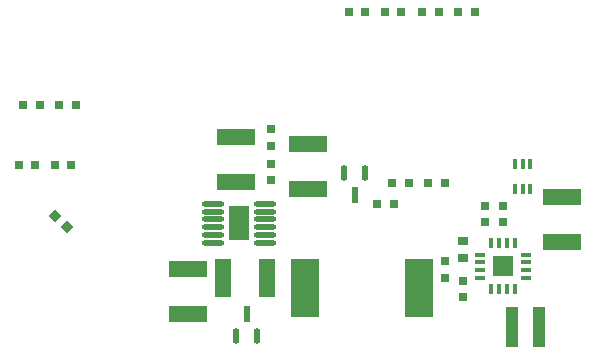
<source format=gbp>
%FSTAX23Y23*%
%MOIN*%
%SFA1B1*%

%IPPOS*%
%AMD42*
4,1,4,0.000000,0.021200,-0.021200,0.000000,0.000000,-0.021200,0.021200,0.000000,0.000000,0.021200,0.0*
%
%AMD45*
4,1,8,-0.011500,0.015200,-0.011500,-0.015200,0.000000,-0.026700,0.000000,-0.026700,0.011500,-0.015200,0.011500,0.015200,0.000000,0.026700,0.000000,0.026700,-0.011500,0.015200,0.0*
1,1,0.023100,0.000000,0.015200*
1,1,0.023100,0.000000,-0.015200*
1,1,0.023100,0.000000,-0.015200*
1,1,0.023100,0.000000,0.015200*
%
%AMD54*
4,1,8,-0.006300,0.015000,-0.006300,-0.015000,-0.004700,-0.016500,0.004700,-0.016500,0.006300,-0.015000,0.006300,0.015000,0.004700,0.016500,-0.004700,0.016500,-0.006300,0.015000,0.0*
1,1,0.003160,-0.004700,0.015000*
1,1,0.003160,-0.004700,-0.015000*
1,1,0.003160,0.004700,-0.015000*
1,1,0.003160,0.004700,0.015000*
%
%AMD55*
4,1,8,-0.015000,-0.006300,0.015000,-0.006300,0.016500,-0.004700,0.016500,0.004700,0.015000,0.006300,-0.015000,0.006300,-0.016500,0.004700,-0.016500,-0.004700,-0.015000,-0.006300,0.0*
1,1,0.003160,-0.015000,-0.004700*
1,1,0.003160,0.015000,-0.004700*
1,1,0.003160,0.015000,0.004700*
1,1,0.003160,-0.015000,0.004700*
%
G04~CAMADD=42~10~0.0~300.0~0.0~0.0~0.0~0.0~0~0.0~0.0~0.0~0.0~0~0.0~0.0~0.0~0.0~0~0.0~0.0~0.0~405.0~300.0~0.0*
%ADD42D42*%
%ADD43R,0.030000X0.030000*%
%ADD44R,0.023100X0.053490*%
G04~CAMADD=45~8~0.0~0.0~534.9~231.0~115.5~0.0~15~0.0~0.0~0.0~0.0~0~0.0~0.0~0.0~0.0~0~0.0~0.0~0.0~90.0~230.0~533.0*
%ADD45D45*%
%ADD46R,0.055120X0.129920*%
%ADD47R,0.129920X0.055120*%
%ADD48R,0.069290X0.116140*%
%ADD49O,0.074800X0.017720*%
%ADD50R,0.030000X0.030000*%
%ADD51R,0.015750X0.037400*%
%ADD52R,0.094490X0.196850*%
%ADD53R,0.035430X0.031500*%
G04~CAMADD=54~8~0.0~0.0~330.7~126.0~15.8~0.0~15~0.0~0.0~0.0~0.0~0~0.0~0.0~0.0~0.0~0~0.0~0.0~0.0~90.0~126.0~331.0*
%ADD54D54*%
G04~CAMADD=55~8~0.0~0.0~330.7~126.0~15.8~0.0~15~0.0~0.0~0.0~0.0~0~0.0~0.0~0.0~0.0~0~0.0~0.0~0.0~180.0~331.0~126.0*
%ADD55D55*%
%ADD57R,0.038580X0.133860*%
%LNsolears_v3-1*%
%LPD*%
G36*
X01756Y00716D02*
X01823D01*
Y00783*
X01756*
Y00716*
G37*
G54D42*
X00296Y00918D03*
X00335Y0088D03*
G54D43*
X01695Y01595D03*
X0164D03*
X01575D03*
X0152D03*
X0145D03*
X01395D03*
X0133D03*
X01275D03*
X0019Y01285D03*
X00245D03*
X0031Y01286D03*
X00365D03*
X01425Y00955D03*
X0137D03*
X01475Y01025D03*
X0142D03*
X01595D03*
X0154D03*
X00295Y01085D03*
X0035D03*
X00175D03*
X0023D03*
G54D44*
X00935Y00591D03*
X01295Y00988D03*
G54D45*
X00898Y00518D03*
X00971D03*
X01331Y01061D03*
X01258D03*
G54D46*
X00855Y0071D03*
X01004D03*
G54D47*
X0074Y0059D03*
Y00739D03*
X0114Y01157D03*
Y01007D03*
X009Y01179D03*
Y0103D03*
X01985Y0083D03*
Y00979D03*
G54D48*
X0091Y00892D03*
G54D49*
X00997Y00956D03*
Y00931D03*
Y00905D03*
Y0088D03*
Y00854D03*
Y00828D03*
X00824Y00956D03*
Y00931D03*
Y00905D03*
Y0088D03*
Y00854D03*
Y00828D03*
G54D50*
X01015Y01035D03*
Y0109D03*
Y0115D03*
Y01205D03*
X0173Y0095D03*
Y00895D03*
X0179Y0095D03*
Y00895D03*
X01595Y0071D03*
Y00765D03*
X01655Y007D03*
Y00645D03*
G54D51*
X01829Y01005D03*
X01855D03*
X0188D03*
Y01091D03*
X01855D03*
X01829D03*
G54D52*
X0113Y00675D03*
X0151D03*
G54D53*
X01655Y00832D03*
Y00777D03*
G54D54*
X01828Y00673D03*
X01802D03*
X01777D03*
X01751D03*
Y00826D03*
X01777D03*
X01802D03*
X01828D03*
G54D55*
X01866Y00788D03*
Y00762D03*
Y00737D03*
Y00711D03*
X01713D03*
Y00737D03*
Y00762D03*
Y00788D03*
G54D57*
X01911Y00545D03*
X01818D03*
M02*
</source>
